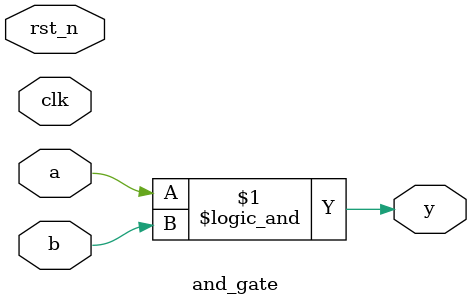
<source format=sv>
module and_gate(
	input 	wire a,
	input 	wire b,
	input 	wire clk,
	input 	wire rst_n,
	output 	wire y
);

assign y = a && b;

endmodule

</source>
